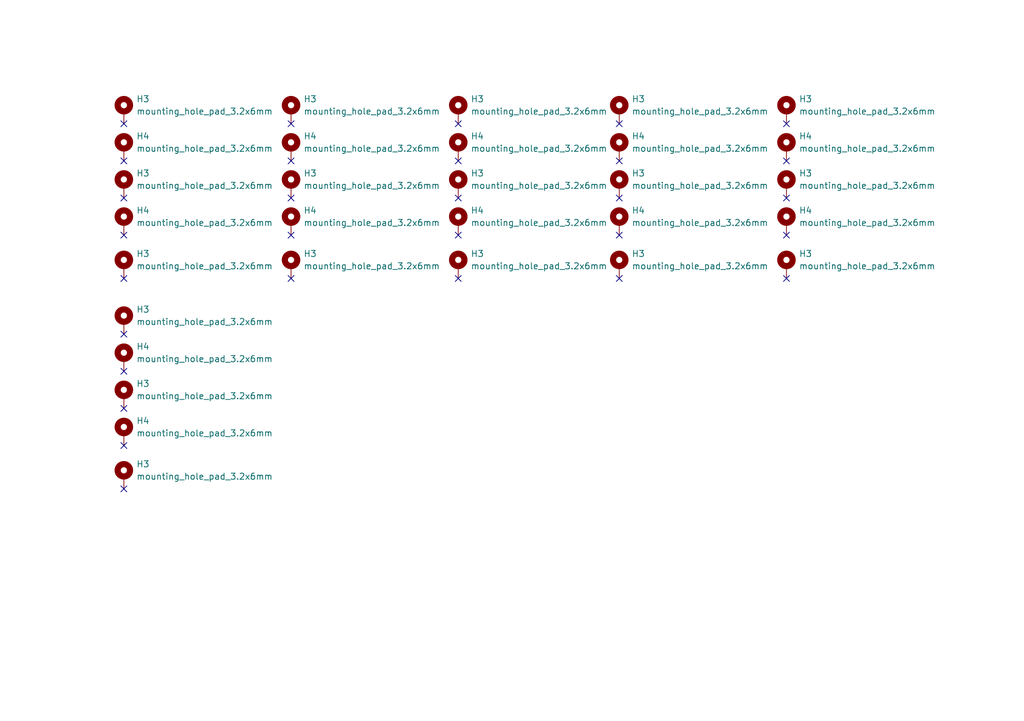
<source format=kicad_sch>
(kicad_sch (version 20230121) (generator eeschema)
  (paper "A5")
  (title_block (title "Mounting holes pad") (date "2023-05-26") (rev "v1.0") (company "Roman Labovsky (roman-labovsky.cz)"))
  (lib_symbols
    (symbol "mounting_hole_pad_rl:mounting_hole_pad_3.2x6mm" (pin_numbers hide) (pin_names (offset 1.016) hide) (in_bom no)
      (property "Reference" "H" (at 0 2.54 0))
      (property "Value" "mounting_hole_pad_3.2x6mm" (at 16.51 0 0))
      (symbol "mounting_hole_pad_3.2x6mm_1_1"
        (circle (center 0 0) (radius 1.27) (stroke (width 1.27)))
        (pin input line (at 0 -3.81 90) (length 2.54) (name "1") (number "1"))
      )
    )
  )
  (no_connect (at 161.29 33.02))
  (no_connect (at 25.4 76.2))
  (no_connect (at 25.4 57.15))
  (no_connect (at 93.98 48.26))
  (no_connect (at 25.4 40.64))
  (no_connect (at 93.98 40.64))
  (no_connect (at 25.4 68.58))
  (no_connect (at 25.4 48.26))
  (no_connect (at 59.69 33.02))
  (no_connect (at 161.29 25.4))
  (no_connect (at 25.4 91.44))
  (no_connect (at 161.29 57.15))
  (no_connect (at 127 57.15))
  (no_connect (at 59.69 40.64))
  (no_connect (at 161.29 40.64))
  (no_connect (at 161.29 48.26))
  (no_connect (at 59.69 48.26))
  (no_connect (at 93.98 57.15))
  (no_connect (at 127 33.02))
  (no_connect (at 127 40.64))
  (no_connect (at 59.69 25.4))
  (no_connect (at 93.98 33.02))
  (no_connect (at 59.69 57.15))
  (no_connect (at 25.4 83.82))
  (no_connect (at 93.98 25.4))
  (no_connect (at 25.4 25.4))
  (no_connect (at 25.4 33.02))
  (no_connect (at 127 48.26))
  (no_connect (at 25.4 100.33))
  (no_connect (at 127 25.4))
  (symbol (lib_id "mounting_hole_pad_rl:mounting_hole_pad_3.2x6mm") (at 161.29 44.45 0) (unit 1) (in_bom no)
    (property "Reference" "H4" (at 163.83 43.18 0) (effects (justify left)))
    (property "Value" "mounting_hole_pad_3.2x6mm" (at 163.83 45.72 0) (effects (justify left)))
    (property "Footprint" "mounting_hole_pad_rl:mounting_hole_pad_3.2x6mm" (effects hide))
    (instances (project "central-control-unit" (path "" (reference "H4") (unit 1)) (path "" (reference "H26") (unit 1))))
  )
  (symbol (lib_id "mounting_hole_pad_rl:mounting_hole_pad_3.2x6mm") (at 25.4 29.21 0) (unit 1) (in_bom no)
    (property "Reference" "H4" (at 27.94 27.94 0) (effects (justify left)))
    (property "Value" "mounting_hole_pad_3.2x6mm" (at 27.94 30.48 0) (effects (justify left)))
    (property "Footprint" "mounting_hole_pad_rl:mounting_hole_pad_3.2x6mm" (effects hide))
  )
  (symbol (lib_id "mounting_hole_pad_rl:mounting_hole_pad_3.2x6mm") (at 161.29 29.21 0) (unit 1) (in_bom no)
    (property "Reference" "H4" (at 163.83 27.94 0) (effects (justify left)))
    (property "Value" "mounting_hole_pad_3.2x6mm" (at 163.83 30.48 0) (effects (justify left)))
    (property "Footprint" "mounting_hole_pad_rl:mounting_hole_pad_3.2x6mm" (effects hide))
    (instances (project "central-control-unit" (path "" (reference "H4") (unit 1)) (path "" (reference "H24") (unit 1))))
  )
  (symbol (lib_id "mounting_hole_pad_rl:mounting_hole_pad_3.2x6mm") (at 59.69 36.83 0) (unit 1) (in_bom no)
    (property "Reference" "H3" (at 62.23 35.56 0) (effects (justify left)))
    (property "Value" "mounting_hole_pad_3.2x6mm" (at 62.23 38.1 0) (effects (justify left)))
    (property "Footprint" "mounting_hole_pad_rl:mounting_hole_pad_3.2x6mm" (effects hide))
    (instances (project "central-control-unit" (path "" (reference "H3") (unit 1)) (path "" (reference "H10") (unit 1))))
  )
  (symbol (lib_id "mounting_hole_pad_rl:mounting_hole_pad_3.2x6mm") (at 93.98 36.83 0) (unit 1) (in_bom no)
    (property "Reference" "H3" (at 96.52 35.56 0) (effects (justify left)))
    (property "Value" "mounting_hole_pad_3.2x6mm" (at 96.52 38.1 0) (effects (justify left)))
    (property "Footprint" "mounting_hole_pad_rl:mounting_hole_pad_3.2x6mm" (effects hide))
    (instances (project "central-control-unit" (path "" (reference "H3") (unit 1)) (path "" (reference "H15") (unit 1))))
  )
  (symbol (lib_id "mounting_hole_pad_rl:mounting_hole_pad_3.2x6mm") (at 127 36.83 0) (unit 1) (in_bom no)
    (property "Reference" "H3" (at 129.54 35.56 0) (effects (justify left)))
    (property "Value" "mounting_hole_pad_3.2x6mm" (at 129.54 38.1 0) (effects (justify left)))
    (property "Footprint" "mounting_hole_pad_rl:mounting_hole_pad_3.2x6mm" (effects hide))
    (instances (project "central-control-unit" (path "" (reference "H3") (unit 1)) (path "" (reference "H20") (unit 1))))
  )
  (symbol (lib_id "mounting_hole_pad_rl:mounting_hole_pad_3.2x6mm") (at 25.4 21.59 0) (unit 1) (in_bom no)
    (property "Reference" "H3" (at 27.94 20.32 0) (effects (justify left)))
    (property "Value" "mounting_hole_pad_3.2x6mm" (at 27.94 22.86 0) (effects (justify left)))
    (property "Footprint" "mounting_hole_pad_rl:mounting_hole_pad_3.2x6mm" (effects hide))
  )
  (symbol (lib_id "mounting_hole_pad_rl:mounting_hole_pad_3.2x6mm") (at 161.29 21.59 0) (unit 1) (in_bom no)
    (property "Reference" "H3" (at 163.83 20.32 0) (effects (justify left)))
    (property "Value" "mounting_hole_pad_3.2x6mm" (at 163.83 22.86 0) (effects (justify left)))
    (property "Footprint" "mounting_hole_pad_rl:mounting_hole_pad_3.2x6mm" (effects hide))
    (instances (project "central-control-unit" (path "" (reference "H3") (unit 1)) (path "" (reference "H23") (unit 1))))
  )
  (symbol (lib_id "mounting_hole_pad_rl:mounting_hole_pad_3.2x6mm") (at 127 53.34 0) (unit 1) (in_bom no)
    (property "Reference" "H3" (at 129.54 52.07 0) (effects (justify left)))
    (property "Value" "mounting_hole_pad_3.2x6mm" (at 129.54 54.61 0) (effects (justify left)))
    (property "Footprint" "mounting_hole_pad_rl:mounting_hole_pad_3.2x6mm" (effects hide))
    (instances (project "central-control-unit" (path "" (reference "H3") (unit 1)) (path "" (reference "H22") (unit 1))))
  )
  (symbol (lib_id "mounting_hole_pad_rl:mounting_hole_pad_3.2x6mm") (at 127 44.45 0) (unit 1) (in_bom no)
    (property "Reference" "H4" (at 129.54 43.18 0) (effects (justify left)))
    (property "Value" "mounting_hole_pad_3.2x6mm" (at 129.54 45.72 0) (effects (justify left)))
    (property "Footprint" "mounting_hole_pad_rl:mounting_hole_pad_3.2x6mm" (effects hide))
    (instances (project "central-control-unit" (path "" (reference "H4") (unit 1)) (path "" (reference "H21") (unit 1))))
  )
  (symbol (lib_id "mounting_hole_pad_rl:mounting_hole_pad_3.2x6mm") (at 93.98 44.45 0) (unit 1) (in_bom no)
    (property "Reference" "H4" (at 96.52 43.18 0) (effects (justify left)))
    (property "Value" "mounting_hole_pad_3.2x6mm" (at 96.52 45.72 0) (effects (justify left)))
    (property "Footprint" "mounting_hole_pad_rl:mounting_hole_pad_3.2x6mm" (effects hide))
    (instances (project "central-control-unit" (path "" (reference "H4") (unit 1)) (path "" (reference "H16") (unit 1))))
  )
  (symbol (lib_id "mounting_hole_pad_rl:mounting_hole_pad_3.2x6mm") (at 25.4 72.39 0) (unit 1) (in_bom no)
    (property "Reference" "H4" (at 27.94 71.12 0) (effects (justify left)))
    (property "Value" "mounting_hole_pad_3.2x6mm" (at 27.94 73.66 0) (effects (justify left)))
    (property "Footprint" "mounting_hole_pad_rl:mounting_hole_pad_3.2x6mm" (effects hide))
    (instances (project "central-control-unit" (path "" (reference "H4") (unit 1)) (path "" (reference "H29") (unit 1))))
  )
  (symbol (lib_id "mounting_hole_pad_rl:mounting_hole_pad_3.2x6mm") (at 127 21.59 0) (unit 1) (in_bom no)
    (property "Reference" "H3" (at 129.54 20.32 0) (effects (justify left)))
    (property "Value" "mounting_hole_pad_3.2x6mm" (at 129.54 22.86 0) (effects (justify left)))
    (property "Footprint" "mounting_hole_pad_rl:mounting_hole_pad_3.2x6mm" (effects hide))
    (instances (project "central-control-unit" (path "" (reference "H3") (unit 1)) (path "" (reference "H18") (unit 1))))
  )
  (symbol (lib_id "mounting_hole_pad_rl:mounting_hole_pad_3.2x6mm") (at 25.4 87.63 0) (unit 1) (in_bom no)
    (property "Reference" "H4" (at 27.94 86.36 0) (effects (justify left)))
    (property "Value" "mounting_hole_pad_3.2x6mm" (at 27.94 88.9 0) (effects (justify left)))
    (property "Footprint" "mounting_hole_pad_rl:mounting_hole_pad_3.2x6mm" (effects hide))
    (instances (project "central-control-unit" (path "" (reference "H4") (unit 1)) (path "" (reference "H31") (unit 1))))
  )
  (symbol (lib_id "mounting_hole_pad_rl:mounting_hole_pad_3.2x6mm") (at 59.69 29.21 0) (unit 1) (in_bom no)
    (property "Reference" "H4" (at 62.23 27.94 0) (effects (justify left)))
    (property "Value" "mounting_hole_pad_3.2x6mm" (at 62.23 30.48 0) (effects (justify left)))
    (property "Footprint" "mounting_hole_pad_rl:mounting_hole_pad_3.2x6mm" (effects hide))
    (instances (project "central-control-unit" (path "" (reference "H4") (unit 1)) (path "" (reference "H9") (unit 1))))
  )
  (symbol (lib_id "mounting_hole_pad_rl:mounting_hole_pad_3.2x6mm") (at 25.4 96.52 0) (unit 1) (in_bom no)
    (property "Reference" "H3" (at 27.94 95.25 0) (effects (justify left)))
    (property "Value" "mounting_hole_pad_3.2x6mm" (at 27.94 97.79 0) (effects (justify left)))
    (property "Footprint" "mounting_hole_pad_rl:mounting_hole_pad_3.2x6mm" (effects hide))
    (instances (project "central-control-unit" (path "" (reference "H3") (unit 1)) (path "" (reference "H32") (unit 1))))
  )
  (symbol (lib_id "mounting_hole_pad_rl:mounting_hole_pad_3.2x6mm") (at 59.69 53.34 0) (unit 1) (in_bom no)
    (property "Reference" "H3" (at 62.23 52.07 0) (effects (justify left)))
    (property "Value" "mounting_hole_pad_3.2x6mm" (at 62.23 54.61 0) (effects (justify left)))
    (property "Footprint" "mounting_hole_pad_rl:mounting_hole_pad_3.2x6mm" (effects hide))
    (instances (project "central-control-unit" (path "" (reference "H3") (unit 1)) (path "" (reference "H12") (unit 1))))
  )
  (symbol (lib_id "mounting_hole_pad_rl:mounting_hole_pad_3.2x6mm") (at 93.98 29.21 0) (unit 1) (in_bom no)
    (property "Reference" "H4" (at 96.52 27.94 0) (effects (justify left)))
    (property "Value" "mounting_hole_pad_3.2x6mm" (at 96.52 30.48 0) (effects (justify left)))
    (property "Footprint" "mounting_hole_pad_rl:mounting_hole_pad_3.2x6mm" (effects hide))
    (instances (project "central-control-unit" (path "" (reference "H4") (unit 1)) (path "" (reference "H14") (unit 1))))
  )
  (symbol (lib_id "mounting_hole_pad_rl:mounting_hole_pad_3.2x6mm") (at 59.69 44.45 0) (unit 1) (in_bom no)
    (property "Reference" "H4" (at 62.23 43.18 0) (effects (justify left)))
    (property "Value" "mounting_hole_pad_3.2x6mm" (at 62.23 45.72 0) (effects (justify left)))
    (property "Footprint" "mounting_hole_pad_rl:mounting_hole_pad_3.2x6mm" (effects hide))
    (instances (project "central-control-unit" (path "" (reference "H4") (unit 1)) (path "" (reference "H11") (unit 1))))
  )
  (symbol (lib_id "mounting_hole_pad_rl:mounting_hole_pad_3.2x6mm") (at 59.69 21.59 0) (unit 1) (in_bom no)
    (property "Reference" "H3" (at 62.23 20.32 0) (effects (justify left)))
    (property "Value" "mounting_hole_pad_3.2x6mm" (at 62.23 22.86 0) (effects (justify left)))
    (property "Footprint" "mounting_hole_pad_rl:mounting_hole_pad_3.2x6mm" (effects hide))
    (instances (project "central-control-unit" (path "" (reference "H3") (unit 1)) (path "" (reference "H8") (unit 1))))
  )
  (symbol (lib_id "mounting_hole_pad_rl:mounting_hole_pad_3.2x6mm") (at 25.4 64.77 0) (unit 1) (in_bom no)
    (property "Reference" "H3" (at 27.94 63.5 0) (effects (justify left)))
    (property "Value" "mounting_hole_pad_3.2x6mm" (at 27.94 66.04 0) (effects (justify left)))
    (property "Footprint" "mounting_hole_pad_rl:mounting_hole_pad_3.2x6mm" (effects hide))
    (instances (project "central-control-unit" (path "" (reference "H3") (unit 1)) (path "" (reference "H28") (unit 1))))
  )
  (symbol (lib_id "mounting_hole_pad_rl:mounting_hole_pad_3.2x6mm") (at 93.98 53.34 0) (unit 1) (in_bom no)
    (property "Reference" "H3" (at 96.52 52.07 0) (effects (justify left)))
    (property "Value" "mounting_hole_pad_3.2x6mm" (at 96.52 54.61 0) (effects (justify left)))
    (property "Footprint" "mounting_hole_pad_rl:mounting_hole_pad_3.2x6mm" (effects hide))
    (instances (project "central-control-unit" (path "" (reference "H3") (unit 1)) (path "" (reference "H17") (unit 1))))
  )
  (symbol (lib_id "mounting_hole_pad_rl:mounting_hole_pad_3.2x6mm") (at 25.4 53.34 0) (unit 1) (in_bom no)
    (property "Reference" "H3" (at 27.94 52.07 0) (effects (justify left)))
    (property "Value" "mounting_hole_pad_3.2x6mm" (at 27.94 54.61 0) (effects (justify left)))
    (property "Footprint" "mounting_hole_pad_rl:mounting_hole_pad_3.2x6mm" (effects hide))
    (instances (project "central-control-unit" (path "" (reference "H3") (unit 1)) (path "" (reference "H7") (unit 1))))
  )
  (symbol (lib_id "mounting_hole_pad_rl:mounting_hole_pad_3.2x6mm") (at 25.4 44.45 0) (unit 1) (in_bom no)
    (property "Reference" "H4" (at 27.94 43.18 0) (effects (justify left)))
    (property "Value" "mounting_hole_pad_3.2x6mm" (at 27.94 45.72 0) (effects (justify left)))
    (property "Footprint" "mounting_hole_pad_rl:mounting_hole_pad_3.2x6mm" (effects hide))
    (instances (project "central-control-unit" (path "" (reference "H4") (unit 1)) (path "" (reference "H6") (unit 1))))
  )
  (symbol (lib_id "mounting_hole_pad_rl:mounting_hole_pad_3.2x6mm") (at 127 29.21 0) (unit 1) (in_bom no)
    (property "Reference" "H4" (at 129.54 27.94 0) (effects (justify left)))
    (property "Value" "mounting_hole_pad_3.2x6mm" (at 129.54 30.48 0) (effects (justify left)))
    (property "Footprint" "mounting_hole_pad_rl:mounting_hole_pad_3.2x6mm" (effects hide))
    (instances (project "central-control-unit" (path "" (reference "H4") (unit 1)) (path "" (reference "H19") (unit 1))))
  )
  (symbol (lib_id "mounting_hole_pad_rl:mounting_hole_pad_3.2x6mm") (at 161.29 36.83 0) (unit 1) (in_bom no)
    (property "Reference" "H3" (at 163.83 35.56 0) (effects (justify left)))
    (property "Value" "mounting_hole_pad_3.2x6mm" (at 163.83 38.1 0) (effects (justify left)))
    (property "Footprint" "mounting_hole_pad_rl:mounting_hole_pad_3.2x6mm" (effects hide))
    (instances (project "central-control-unit" (path "" (reference "H3") (unit 1)) (path "" (reference "H25") (unit 1))))
  )
  (symbol (lib_id "mounting_hole_pad_rl:mounting_hole_pad_3.2x6mm") (at 25.4 36.83 0) (unit 1) (in_bom no)
    (property "Reference" "H3" (at 27.94 35.56 0) (effects (justify left)))
    (property "Value" "mounting_hole_pad_3.2x6mm" (at 27.94 38.1 0) (effects (justify left)))
    (property "Footprint" "mounting_hole_pad_rl:mounting_hole_pad_3.2x6mm" (effects hide))
    (instances (project "central-control-unit" (path "" (reference "H3") (unit 1)) (path "" (reference "H5") (unit 1))))
  )
  (symbol (lib_id "mounting_hole_pad_rl:mounting_hole_pad_3.2x6mm") (at 161.29 53.34 0) (unit 1) (in_bom no)
    (property "Reference" "H3" (at 163.83 52.07 0) (effects (justify left)))
    (property "Value" "mounting_hole_pad_3.2x6mm" (at 163.83 54.61 0) (effects (justify left)))
    (property "Footprint" "mounting_hole_pad_rl:mounting_hole_pad_3.2x6mm" (effects hide))
    (instances (project "central-control-unit" (path "" (reference "H3") (unit 1)) (path "" (reference "H27") (unit 1))))
  )
  (symbol (lib_id "mounting_hole_pad_rl:mounting_hole_pad_3.2x6mm") (at 25.4 80.01 0) (unit 1) (in_bom no)
    (property "Reference" "H3" (at 27.94 78.74 0) (effects (justify left)))
    (property "Value" "mounting_hole_pad_3.2x6mm" (at 27.94 81.28 0) (effects (justify left)))
    (property "Footprint" "mounting_hole_pad_rl:mounting_hole_pad_3.2x6mm" (effects hide))
    (instances (project "central-control-unit" (path "" (reference "H3") (unit 1)) (path "" (reference "H30") (unit 1))))
  )
  (symbol (lib_id "mounting_hole_pad_rl:mounting_hole_pad_3.2x6mm") (at 93.98 21.59 0) (unit 1) (in_bom no)
    (property "Reference" "H3" (at 96.52 20.32 0) (effects (justify left)))
    (property "Value" "mounting_hole_pad_3.2x6mm" (at 96.52 22.86 0) (effects (justify left)))
    (property "Footprint" "mounting_hole_pad_rl:mounting_hole_pad_3.2x6mm" (effects hide))
    (instances (project "central-control-unit" (path "" (reference "H3") (unit 1)) (path "" (reference "H13") (unit 1))))
  )
)
</source>
